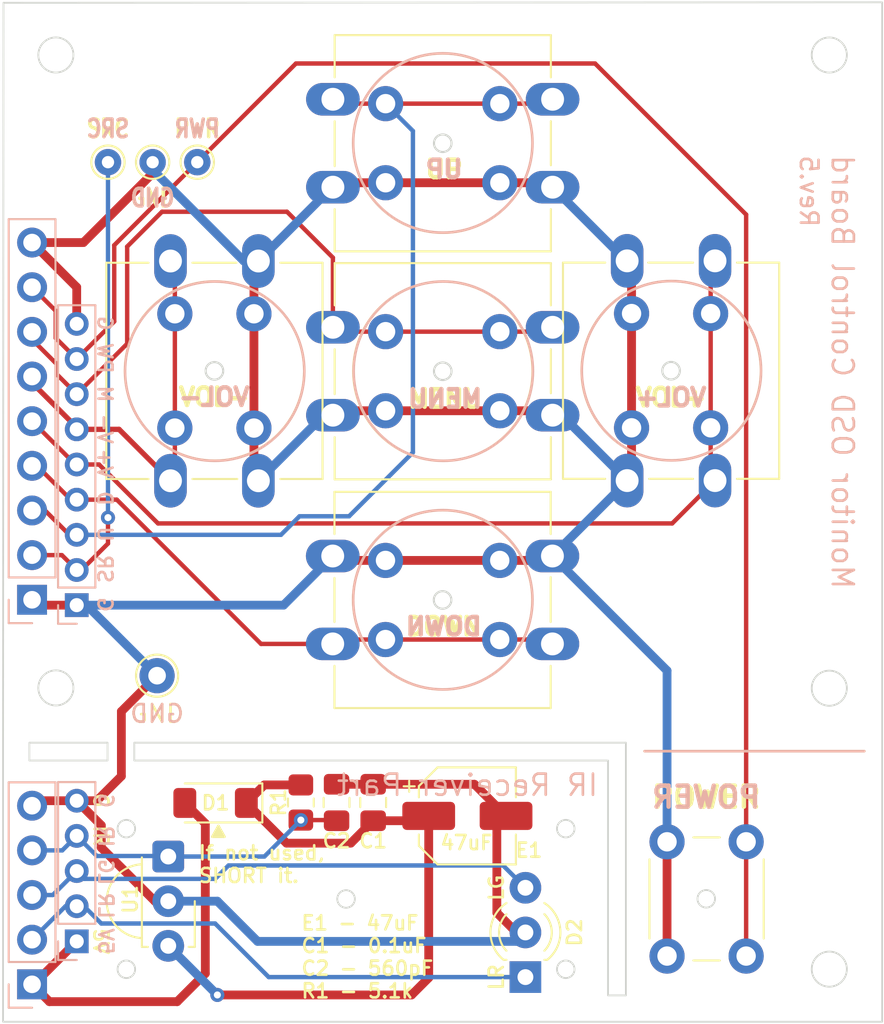
<source format=kicad_pcb>
(kicad_pcb (version 20221018) (generator pcbnew)
  (title_block (title "Monitor OSD Control Board") (date "2023-03-27") (rev "5") (company "Amos Home"))
  (layers (0 "F.Cu" signal) (31 "B.Cu" signal) (34 "B.Paste" user) (35 "F.Paste" user) (36 "B.SilkS" user "B.Silkscreen") (37 "F.SilkS" user "F.Silkscreen") (38 "B.Mask" user) (39 "F.Mask" user) (44 "Edge.Cuts" user))
  (net 0 "")
  (net 1 "/SOURCE")
  (net 2 "/UP")
  (net 3 "/VOL_P")
  (net 4 "/DOWN")
  (net 5 "/VOL_M")
  (net 6 "/POWER")
  (net 7 "GND")
  (net 8 "/MENU")
  (net 9 "+5V")
  (net 10 "/LED_R")
  (net 11 "/LED_G")
  (net 12 "/IRIN")
  (net 13 "Net-(D1-K)")
  (footprint "monitor_osd_control_library:SW_PUSH-12mm_Complex" (layer "F.Cu") (at 138.176 88.988 90)
    (fp_text reference "SW1" hide)
    (fp_text value "SW_Push" hide)
    (fp_line (start 0.1 -3.65) (end 12.4 -3.65) (stroke (width 0.12)) (layer "F.SilkS"))
    (fp_line (start 0.1 -1.25) (end 0.1 -3.65) (stroke (width 0.12)) (layer "F.SilkS"))
    (fp_line (start 0.1 3.8) (end 0.1 1.25) (stroke (width 0.12)) (layer "F.SilkS"))
    (fp_line (start 0.1 8.65) (end 0.1 6.25) (stroke (width 0.12)) (layer "F.SilkS"))
    (fp_line (start 12.4 -3.65) (end 12.4 -1.25) (stroke (width 0.12)) (layer "F.SilkS"))
    (fp_line (start 12.4 1.25) (end 12.4 3.75) (stroke (width 0.12)) (layer "F.SilkS"))
    (fp_line (start 12.4 6.25) (end 12.4 8.65) (stroke (width 0.12)) (layer "F.SilkS"))
    (fp_line (start 12.4 8.65) (end 0.1 8.65) (stroke (width 0.12)) (layer "F.SilkS"))
    (fp_circle (center 6.25 2.5) (end 11.35 2.5) (stroke (width 0.12)) (fill none) (layer "F.SilkS"))
    (fp_circle (center 6.25 2.5) (end 6.75 2.5) (stroke (width 0.12)) (fill none) (layer "Edge.Cuts"))
    (pad "1" thru_hole oval (at 0 0 90) (size 3.048 1.85) (drill 1.3) (layers "*.Cu" "*.Mask") (net 5 "/VOL_M"))
    (pad "1" thru_hole circle (at 2.9982 0.2484 180) (size 2 2) (drill 1.1) (layers "*.Cu" "*.Mask") (net 5 "/VOL_M"))
    (pad "1" thru_hole circle (at 9.4982 0.2484 180) (size 2 2) (drill 1.1) (layers "*.Cu" "*.Mask") (net 5 "/VOL_M"))
    (pad "1" thru_hole oval (at 12.5 0 90) (size 3.048 1.85) (drill 1.3) (layers "*.Cu" "*.Mask") (net 5 "/VOL_M"))
    (pad "2" thru_hole oval (at 0 5 90) (size 3.048 1.85) (drill 1.3) (layers "*.Cu" "*.Mask") (net 7 "GND"))
    (pad "2" thru_hole circle (at 2.9982 4.7484 180) (size 2 2) (drill 1.1) (layers "*.Cu" "*.Mask") (net 7 "GND"))
    (pad "2" thru_hole circle (at 9.4982 4.7484 180) (size 2 2) (drill 1.1) (layers "*.Cu" "*.Mask") (net 7 "GND"))
    (pad "2" thru_hole oval (at 12.5 5 90) (size 3.048 1.85) (drill 1.3) (layers "*.Cu" "*.Mask") (net 7 "GND"))
  )
  (footprint "OptoDevice:Vishay_MINICAST-3Pin" (layer "F.Cu") (at 138.049 110.363 -90)
    (fp_text reference "U1" (at 2.4384 2.159 -90) (layer "F.SilkS") (effects (font (size 0.8 0.8))))
    (fp_text value "TSSP58038")
    (fp_line (start 5.14 -1.51) (end 2.54 -1.51) (stroke (width 0.12)) (layer "F.SilkS"))
    (fp_line (start 5.14 -1.16) (end 5.14 -1.51) (stroke (width 0.12)) (layer "F.SilkS"))
    (fp_line (start 5.14 1.16) (end 5.14 1.5) (stroke (width 0.12)) (layer "F.SilkS"))
    (fp_line (start 5.14 1.5) (end 0.05 1.5) (stroke (width 0.12)) (layer "F.SilkS"))
    (fp_arc (start 4.64 1.5) (mid 2.540869 3.502379) (end 0.440083 1.501736) (stroke (width 0.12)) (layer "F.SilkS"))
    (pad "1" thru_hole roundrect (at 0 0 270) (size 1.8 1.8) (drill 0.9) (layers "*.Cu" "*.Mask") (roundrect_rratio 0.139) (net 12 "/IRIN"))
    (pad "2" thru_hole circle (at 2.54 0 270) (size 1.8 1.8) (drill 0.9) (layers "*.Cu" "*.Mask") (net 7 "GND"))
    (pad "3" thru_hole circle (at 5.08 0 270) (size 1.8 1.8) (drill 0.9) (layers "*.Cu" "*.Mask") (net 13 "Net-(D1-K)"))
  )
  (footprint "LED_THT:LED_D3.0mm-3" (layer "F.Cu") (at 158.369 117.221 90)
    (fp_text reference "D2" (at 2.54 2.794 90) (layer "F.SilkS") (effects (font (size 0.8 0.8))))
    (fp_text value "LED_Dual_AKA" hide)
    (fp_line (start 0.98 -1.236) (end 0.98 -1.08) (stroke (width 0.12)) (layer "F.SilkS"))
    (fp_line (start 0.98 1.08) (end 0.98 1.236) (stroke (width 0.12)) (layer "F.SilkS"))
    (fp_arc (start 0.98 -1.235516) (mid 2.636487 -1.987659) (end 4.212335 -1.078608) (stroke (width 0.12)) (layer "F.SilkS"))
    (fp_arc (start 1.499039 -1.08) (mid 2.540117 -1.5) (end 3.58113 -1.079837) (stroke (width 0.12)) (layer "F.SilkS"))
    (fp_arc (start 3.58113 1.079837) (mid 2.540117 1.5) (end 1.499039 1.08) (stroke (width 0.12)) (layer "F.SilkS"))
    (fp_arc (start 4.212335 1.078608) (mid 2.636487 1.987659) (end 0.98 1.235516) (stroke (width 0.12)) (layer "F.SilkS"))
    (pad "1" thru_hole rect (at 0 0 90) (size 1.8 1.8) (drill 0.9) (layers "*.Cu" "*.Mask") (net 10 "/LED_R"))
    (pad "2" thru_hole circle (at 2.54 0 90) (size 1.8 1.8) (drill 0.9) (layers "*.Cu" "*.Mask") (net 7 "GND"))
    (pad "3" thru_hole circle (at 5.08 0 90) (size 1.8 1.8) (drill 0.9) (layers "*.Cu" "*.Mask") (net 11 "/LED_G"))
  )
  (footprint "Button_Switch_THT:SW_PUSH_6mm" (layer "F.Cu") (at 170.926 109.5248 -90)
    (fp_text reference "SW6" hide)
    (fp_text value "SW_Push" hide)
    (fp_line (start -0.25 1.5) (end -0.25 3) (stroke (width 0.12)) (layer "F.SilkS"))
    (fp_line (start 1 5.5) (end 5.5 5.5) (stroke (width 0.12)) (layer "F.SilkS"))
    (fp_line (start 5.5 -1) (end 1 -1) (stroke (width 0.12)) (layer "F.SilkS"))
    (fp_line (start 6.75 3) (end 6.75 1.5) (stroke (width 0.12)) (layer "F.SilkS"))
    (pad "1" thru_hole circle (at 0 0) (size 2 2) (drill 1.1) (layers "*.Cu" "*.Mask") (net 6 "/POWER"))
    (pad "1" thru_hole circle (at 6.5 0) (size 2 2) (drill 1.1) (layers "*.Cu" "*.Mask") (net 6 "/POWER"))
    (pad "2" thru_hole circle (at 0 4.5) (size 2 2) (drill 1.1) (layers "*.Cu" "*.Mask") (net 7 "GND"))
    (pad "2" thru_hole circle (at 6.5 4.5) (size 2 2) (drill 1.1) (layers "*.Cu" "*.Mask") (net 7 "GND"))
  )
  (footprint "TestPoint:TestPoint_THTPad_D1.5mm_Drill0.7mm" (layer "F.Cu") (at 134.62 70.866)
    (fp_text reference "TP2" hide)
    (fp_text value "TestPoint" hide)
    (fp_circle (center 0 0) (end 0 0.95) (stroke (width 0.12)) (fill none) (layer "F.SilkS"))
    (pad "1" thru_hole circle (at 0 0) (size 1.5 1.5) (drill 0.7) (layers "*.Cu" "*.Mask") (net 1 "/SOURCE"))
  )
  (footprint "monitor_osd_control_library:SW_PUSH-12mm_Complex" (layer "F.Cu") (at 169.156 76.478 -90)
    (fp_text reference "SW5" hide)
    (fp_text value "SW_Push" hide)
    (fp_line (start 0.1 -3.65) (end 12.4 -3.65) (stroke (width 0.12)) (layer "F.SilkS"))
    (fp_line (start 0.1 -1.25) (end 0.1 -3.65) (stroke (width 0.12)) (layer "F.SilkS"))
    (fp_line (start 0.1 3.8) (end 0.1 1.25) (stroke (width 0.12)) (layer "F.SilkS"))
    (fp_line (start 0.1 8.65) (end 0.1 6.25) (stroke (width 0.12)) (layer "F.SilkS"))
    (fp_line (start 12.4 -3.65) (end 12.4 -1.25) (stroke (width 0.12)) (layer "F.SilkS"))
    (fp_line (start 12.4 1.25) (end 12.4 3.75) (stroke (width 0.12)) (layer "F.SilkS"))
    (fp_line (start 12.4 6.25) (end 12.4 8.65) (stroke (width 0.12)) (layer "F.SilkS"))
    (fp_line (start 12.4 8.65) (end 0.1 8.65) (stroke (width 0.12)) (layer "F.SilkS"))
    (fp_circle (center 6.25 2.5) (end 11.35 2.5) (stroke (width 0.12)) (fill none) (layer "F.SilkS"))
    (fp_circle (center 6.25 2.5) (end 6.75 2.5) (stroke (width 0.12)) (fill none) (layer "Edge.Cuts"))
    (pad "1" thru_hole oval (at 0 0 270) (size 3.048 1.85) (drill 1.3) (layers "*.Cu" "*.Mask") (net 3 "/VOL_P"))
    (pad "1" thru_hole circle (at 2.9982 0.2484) (size 2 2) (drill 1.1) (layers "*.Cu" "*.Mask") (net 3 "/VOL_P"))
    (pad "1" thru_hole circle (at 9.4982 0.2484) (size 2 2) (drill 1.1) (layers "*.Cu" "*.Mask") (net 3 "/VOL_P"))
    (pad "1" thru_hole oval (at 12.5 0 270) (size 3.048 1.85) (drill 1.3) (layers "*.Cu" "*.Mask") (net 3 "/VOL_P"))
    (pad "2" thru_hole oval (at 0 5 270) (size 3.048 1.85) (drill 1.3) (layers "*.Cu" "*.Mask") (net 7 "GND"))
    (pad "2" thru_hole circle (at 2.9982 4.7484) (size 2 2) (drill 1.1) (layers "*.Cu" "*.Mask") (net 7 "GND"))
    (pad "2" thru_hole circle (at 9.4982 4.7484) (size 2 2) (drill 1.1) (layers "*.Cu" "*.Mask") (net 7 "GND"))
    (pad "2" thru_hole oval (at 12.5 5 270) (size 3.048 1.85) (drill 1.3) (layers "*.Cu" "*.Mask") (net 7 "GND"))
  )
  (footprint "TestPoint:TestPoint_THTPad_D1.5mm_Drill0.7mm" (layer "F.Cu") (at 139.7 70.866)
    (fp_text reference "TP1" hide)
    (fp_text value "TestPoint" hide)
    (fp_circle (center 0 0) (end 0 0.95) (stroke (width 0.12)) (fill none) (layer "F.SilkS"))
    (pad "1" thru_hole circle (at 0 0) (size 1.5 1.5) (drill 0.7) (layers "*.Cu" "*.Mask") (net 6 "/POWER"))
  )
  (footprint "TestPoint:TestPoint_THTPad_D1.5mm_Drill0.7mm" (layer "F.Cu") (at 137.16 70.866)
    (fp_text reference "TP3" hide)
    (fp_text value "TestPoint" hide)
    (fp_circle (center 0 0) (end 0 0.95) (stroke (width 0.12)) (fill none) (layer "F.SilkS"))
    (pad "1" thru_hole circle (at 0 0) (size 1.5 1.5) (drill 0.7) (layers "*.Cu" "*.Mask") (net 7 "GND"))
  )
  (footprint "monitor_osd_control_library:SW_PUSH-12mm_Complex" (layer "F.Cu") (at 159.906 98.268 180)
    (fp_text reference "SW4" hide)
    (fp_text value "SW_Push" hide)
    (fp_line (start 0.1 -3.65) (end 12.4 -3.65) (stroke (width 0.12)) (layer "F.SilkS"))
    (fp_line (start 0.1 -1.25) (end 0.1 -3.65) (stroke (width 0.12)) (layer "F.SilkS"))
    (fp_line (start 0.1 3.8) (end 0.1 1.25) (stroke (width 0.12)) (layer "F.SilkS"))
    (fp_line (start 0.1 8.65) (end 0.1 6.25) (stroke (width 0.12)) (layer "F.SilkS"))
    (fp_line (start 12.4 -3.65) (end 12.4 -1.25) (stroke (width 0.12)) (layer "F.SilkS"))
    (fp_line (start 12.4 1.25) (end 12.4 3.75) (stroke (width 0.12)) (layer "F.SilkS"))
    (fp_line (start 12.4 6.25) (end 12.4 8.65) (stroke (width 0.12)) (layer "F.SilkS"))
    (fp_line (start 12.4 8.65) (end 0.1 8.65) (stroke (width 0.12)) (layer "F.SilkS"))
    (fp_circle (center 6.25 2.5) (end 11.35 2.5) (stroke (width 0.12)) (fill none) (layer "F.SilkS"))
    (fp_circle (center 6.25 2.5) (end 6.75 2.5) (stroke (width 0.12)) (fill none) (layer "Edge.Cuts"))
    (pad "1" thru_hole oval (at 0 0 180) (size 3.048 1.85) (drill 1.3) (layers "*.Cu" "*.Mask") (net 4 "/DOWN"))
    (pad "1" thru_hole circle (at 2.9982 0.2484 270) (size 2 2) (drill 1.1) (layers "*.Cu" "*.Mask") (net 4 "/DOWN"))
    (pad "1" thru_hole circle (at 9.4982 0.2484 270) (size 2 2) (drill 1.1) (layers "*.Cu" "*.Mask") (net 4 "/DOWN"))
    (pad "1" thru_hole oval (at 12.5 0 180) (size 3.048 1.85) (drill 1.3) (layers "*.Cu" "*.Mask") (net 4 "/DOWN"))
    (pad "2" thru_hole oval (at 0 5 180) (size 3.048 1.85) (drill 1.3) (layers "*.Cu" "*.Mask") (net 7 "GND"))
    (pad "2" thru_hole circle (at 2.9982 4.7484 270) (size 2 2) (drill 1.1) (layers "*.Cu" "*.Mask") (net 7 "GND"))
    (pad "2" thru_hole circle (at 9.4982 4.7484 270) (size 2 2) (drill 1.1) (layers "*.Cu" "*.Mask") (net 7 "GND"))
    (pad "2" thru_hole oval (at 12.5 5 180) (size 3.048 1.85) (drill 1.3) (layers "*.Cu" "*.Mask") (net 7 "GND"))
  )
  (footprint "Capacitor_SMD:CP_Elec_5x5.4" (layer "F.Cu") (at 155.067 108.0516)
    (fp_text reference "E1" (at 3.5052 1.9558) (layer "F.SilkS") (effects (font (size 0.8 0.8))))
    (fp_text value "47uF-16V")
    (fp_line (start -3.625 -1.685) (end -3 -1.685) (stroke (width 0.12)) (layer "F.SilkS"))
    (fp_line (start -3.3125 -1.9975) (end -3.3125 -1.3725) (stroke (width 0.12)) (layer "F.SilkS"))
    (fp_line (start -2.76 -1.695563) (end -2.76 -1.06) (stroke (width 0.12)) (layer "F.SilkS"))
    (fp_line (start -2.76 -1.695563) (end -1.695563 -2.76) (stroke (width 0.12)) (layer "F.SilkS"))
    (fp_line (start -2.76 1.695563) (end -2.76 1.06) (stroke (width 0.12)) (layer "F.SilkS"))
    (fp_line (start -2.76 1.695563) (end -1.695563 2.76) (stroke (width 0.12)) (layer "F.SilkS"))
    (fp_line (start -1.695563 -2.76) (end 2.76 -2.76) (stroke (width 0.12)) (layer "F.SilkS"))
    (fp_line (start -1.695563 2.76) (end 2.76 2.76) (stroke (width 0.12)) (layer "F.SilkS"))
    (fp_line (start 2.76 -2.76) (end 2.76 -1.06) (stroke (width 0.12)) (layer "F.SilkS"))
    (fp_line (start 2.76 2.76) (end 2.76 1.06) (stroke (width 0.12)) (layer "F.SilkS"))
    (pad "1" smd roundrect (at -2.2 0) (size 3 1.6) (layers "F.Cu" "F.Paste" "F.Mask") (roundrect_rratio 0.15625) (net 13 "Net-(D1-K)"))
    (pad "2" smd roundrect (at 2.2 0) (size 3 1.6) (layers "F.Cu" "F.Paste" "F.Mask") (roundrect_rratio 0.15625) (net 7 "GND"))
  )
  (footprint "monitor_osd_control_library:SW_PUSH-12mm_Complex" (layer "F.Cu") (at 147.416 67.288)
    (fp_text reference "SW2" hide)
    (fp_text value "SW_Push" hide)
    (fp_line (start 0.1 -3.65) (end 12.4 -3.65) (stroke (width 0.12)) (layer "F.SilkS"))
    (fp_line (start 0.1 -1.25) (end 0.1 -3.65) (stroke (width 0.12)) (layer "F.SilkS"))
    (fp_line (start 0.1 3.8) (end 0.1 1.25) (stroke (width 0.12)) (layer "F.SilkS"))
    (fp_line (start 0.1 8.65) (end 0.1 6.25) (stroke (width 0.12)) (layer "F.SilkS"))
    (fp_line (start 12.4 -3.65) (end 12.4 -1.25) (stroke (width 0.12)) (layer "F.SilkS"))
    (fp_line (start 12.4 1.25) (end 12.4 3.75) (stroke (width 0.12)) (layer "F.SilkS"))
    (fp_line (start 12.4 6.25) (end 12.4 8.65) (stroke (width 0.12)) (layer "F.SilkS"))
    (fp_line (start 12.4 8.65) (end 0.1 8.65) (stroke (width 0.12)) (layer "F.SilkS"))
    (fp_circle (center 6.25 2.5) (end 11.35 2.5) (stroke (width 0.12)) (fill none) (layer "F.SilkS"))
    (fp_circle (center 6.25 2.5) (end 6.75 2.5) (stroke (width 0.12)) (fill none) (layer "Edge.Cuts"))
    (pad "1" thru_hole oval (at 0 0) (size 3.048 1.85) (drill 1.3) (layers "*.Cu" "*.Mask") (net 2 "/UP"))
    (pad "1" thru_hole circle (at 2.9982 0.2484 90) (size 2 2) (drill 1.1) (layers "*.Cu" "*.Mask") (net 2 "/UP"))
    (pad "1" thru_hole circle (at 9.4982 0.2484 90) (size 2 2) (drill 1.1) (layers "*.Cu" "*.Mask") (net 2 "/UP"))
    (pad "1" thru_hole oval (at 12.5 0) (size 3.048 1.85) (drill 1.3) (layers "*.Cu" "*.Mask") (net 2 "/UP"))
    (pad "2" thru_hole oval (at 0 5) (size 3.048 1.85) (drill 1.3) (layers "*.Cu" "*.Mask") (net 7 "GND"))
    (pad "2" thru_hole circle (at 2.9982 4.7484 90) (size 2 2) (drill 1.1) (layers "*.Cu" "*.Mask") (net 7 "GND"))
    (pad "2" thru_hole circle (at 9.4982 4.7484 90) (size 2 2) (drill 1.1) (layers "*.Cu" "*.Mask") (net 7 "GND"))
    (pad "2" thru_hole oval (at 12.5 5) (size 3.048 1.85) (drill 1.3) (layers "*.Cu" "*.Mask") (net 7 "GND"))
  )
  (footprint "Resistor_SMD:R_0805_2012Metric_Pad1.20x1.40mm_HandSolder" (layer "F.Cu") (at 145.5928 107.2896 90)
    (fp_text reference "R1" (at 0 -1.27 270) (layer "F.SilkS") (effects (font (size 0.8 0.8))))
    (fp_text value "5K1-0805" hide)
    (fp_line (start -0.227064 -0.735) (end 0.227064 -0.735) (stroke (width 0.12)) (layer "F.SilkS"))
    (fp_line (start -0.227064 0.735) (end 0.227064 0.735) (stroke (width 0.12)) (layer "F.SilkS"))
    (pad "1" smd roundrect (at -1 0 90) (size 1.2 1.4) (layers "F.Cu" "F.Paste" "F.Mask") (roundrect_rratio 0.2083333333) (net 12 "/IRIN"))
    (pad "2" smd roundrect (at 1 0 90) (size 1.2 1.4) (layers "F.Cu" "F.Paste" "F.Mask") (roundrect_rratio 0.2083333333) (net 13 "Net-(D1-K)"))
  )
  (footprint "Capacitor_SMD:C_0805_2012Metric_Pad1.18x1.45mm_HandSolder" (layer "F.Cu") (at 149.7076 107.2896 90)
    (fp_text reference "C1" (at -2.1844 0) (layer "F.SilkS") (effects (font (size 0.8 0.8))))
    (fp_text value "0.1uF-0805-Y5V-50V" hide)
    (fp_line (start -0.261252 -0.735) (end 0.261252 -0.735) (stroke (width 0.12)) (layer "F.SilkS"))
    (fp_line (start -0.261252 0.735) (end 0.261252 0.735) (stroke (width 0.12)) (layer "F.SilkS"))
    (pad "1" smd roundrect (at -1.0375 0 90) (size 1.175 1.45) (layers "F.Cu" "F.Paste" "F.Mask") (roundrect_rratio 0.2127659574) (net 13 "Net-(D1-K)"))
    (pad "2" smd roundrect (at 1.0375 0 90) (size 1.175 1.45) (layers "F.Cu" "F.Paste" "F.Mask") (roundrect_rratio 0.2127659574) (net 7 "GND"))
  )
  (footprint "TestPoint:TestPoint_THTPad_D2.0mm_Drill1.0mm" (layer "F.Cu") (at 137.414 100.076)
    (fp_text reference "TP4" hide)
    (fp_text value "TestPoint" hide)
    (fp_circle (center 0 0) (end 0 1.2) (stroke (width 0.12)) (fill none) (layer "F.SilkS"))
    (pad "1" thru_hole circle (at 0 0) (size 2 2) (drill 1) (layers "*.Cu" "*.Mask") (net 7 "GND"))
  )
  (footprint "Capacitor_SMD:C_0805_2012Metric_Pad1.18x1.45mm_HandSolder" (layer "F.Cu") (at 147.6248 107.2896 90)
    (fp_text reference "C2" (at -2.1844 0) (layer "F.SilkS") (effects (font (size 0.8 0.8))))
    (fp_text value "560pF-0805-X7R-16V" hide)
    (fp_line (start -0.261252 -0.735) (end 0.261252 -0.735) (stroke (width 0.12)) (layer "F.SilkS"))
    (fp_line (start -0.261252 0.735) (end 0.261252 0.735) (stroke (width 0.12)) (layer "F.SilkS"))
    (pad "1" smd roundrect (at -1.0375 0 90) (size 1.175 1.45) (layers "F.Cu" "F.Paste" "F.Mask") (roundrect_rratio 0.2127659574) (net 12 "/IRIN"))
    (pad "2" smd roundrect (at 1.0375 0 90) (size 1.175 1.45) (layers "F.Cu" "F.Paste" "F.Mask") (roundrect_rratio 0.2127659574) (net 7 "GND"))
  )
  (footprint "Diode_SMD:D_MiniMELF" (layer "F.Cu") (at 140.7414 107.315 180)
    (fp_text reference "D1" (at 0 0) (layer "F.SilkS") (effects (font (size 0.8 0.8))))
    (fp_text value "LL4148")
    (fp_line (start -2.66 -1.11) (end -2.66 1.11) (stroke (width 0.12)) (layer "F.SilkS"))
    (fp_line (start -2.66 1.11) (end 1.75 1.11) (stroke (width 0.12)) (layer "F.SilkS"))
    (fp_line (start 1.75 -1.11) (end -2.66 -1.11) (stroke (width 0.12)) (layer "F.SilkS"))
    (pad "1" smd roundrect (at -1.75 0 180) (size 1.3 1.7) (layers "F.Cu" "F.Paste" "F.Mask") (roundrect_rratio 0.1923076923) (net 13 "Net-(D1-K)"))
    (pad "2" smd roundrect (at 1.75 0 180) (size 1.3 1.7) (layers "F.Cu" "F.Paste" "F.Mask") (roundrect_rratio 0.1923076923) (net 9 "+5V"))
  )
  (footprint "monitor_osd_control_library:SW_PUSH-12mm_Complex" (layer "F.Cu") (at 147.416 80.258)
    (fp_text reference "SW3" hide)
    (fp_text value "SW_Push" hide)
    (fp_line (start 0.1 -3.65) (end 12.4 -3.65) (stroke (width 0.12)) (layer "F.SilkS"))
    (fp_line (start 0.1 -1.25) (end 0.1 -3.65) (stroke (width 0.12)) (layer "F.SilkS"))
    (fp_line (start 0.1 3.8) (end 0.1 1.25) (stroke (width 0.12)) (layer "F.SilkS"))
    (fp_line (start 0.1 8.65) (end 0.1 6.25) (stroke (width 0.12)) (layer "F.SilkS"))
    (fp_line (start 12.4 -3.65) (end 12.4 -1.25) (stroke (width 0.12)) (layer "F.SilkS"))
    (fp_line (start 12.4 1.25) (end 12.4 3.75) (stroke (width 0.12)) (layer "F.SilkS"))
    (fp_line (start 12.4 6.25) (end 12.4 8.65) (stroke (width 0.12)) (layer "F.SilkS"))
    (fp_line (start 12.4 8.65) (end 0.1 8.65) (stroke (width 0.12)) (layer "F.SilkS"))
    (fp_circle (center 6.25 2.5) (end 11.35 2.5) (stroke (width 0.12)) (fill none) (layer "F.SilkS"))
    (fp_circle (center 6.25 2.5) (end 6.75 2.5) (stroke (width 0.12)) (fill none) (layer "Edge.Cuts"))
    (pad "1" thru_hole oval (at 0 0) (size 3.048 1.85) (drill 1.3) (layers "*.Cu" "*.Mask") (net 8 "/MENU"))
    (pad "1" thru_hole circle (at 2.9982 0.2484 90) (size 2 2) (drill 1.1) (layers "*.Cu" "*.Mask") (net 8 "/MENU"))
    (pad "1" thru_hole circle (at 9.4982 0.2484 90) (size 2 2) (drill 1.1) (layers "*.Cu" "*.Mask") (net 8 "/MENU"))
    (pad "1" thru_hole oval (at 12.5 0) (size 3.048 1.85) (drill 1.3) (layers "*.Cu" "*.Mask") (net 8 "/MENU"))
    (pad "2" thru_hole oval (at 0 5) (size 3.048 1.85) (drill 1.3) (layers "*.Cu" "*.Mask") (net 7 "GND"))
    (pad "2" thru_hole circle (at 2.9982 4.7484 90) (size 2 2) (drill 1.1) (layers "*.Cu" "*.Mask") (net 7 "GND"))
    (pad "2" thru_hole circle (at 9.4982 4.7484 90) (size 2 2) (drill 1.1) (layers "*.Cu" "*.Mask") (net 7 "GND"))
    (pad "2" thru_hole oval (at 12.5 5) (size 3.048 1.85) (drill 1.3) (layers "*.Cu" "*.Mask") (net 7 "GND"))
  )
  (footprint "Connector_PinHeader_2.54mm:PinHeader_1x05_P2.54mm_Vertical" (layer "B.Cu") (at 130.302 117.632)
    (fp_text reference "J4" hide)
    (fp_text value "Conn_01x05" hide)
    (fp_line (start -1.33 -11.49) (end 1.33 -11.49) (stroke (width 0.12)) (layer "B.SilkS"))
    (fp_line (start -1.33 -1.27) (end -1.33 -11.49) (stroke (width 0.12)) (layer "B.SilkS"))
    (fp_line (start -1.33 -1.27) (end 1.33 -1.27) (stroke (width 0.12)) (layer "B.SilkS"))
    (fp_line (start -1.33 0) (end -1.33 1.33) (stroke (width 0.12)) (layer "B.SilkS"))
    (fp_line (start -1.33 1.33) (end 0 1.33) (stroke (width 0.12)) (layer "B.SilkS"))
    (fp_line (start 1.33 -1.27) (end 1.33 -11.49) (stroke (width 0.12)) (layer "B.SilkS"))
    (pad "1" thru_hole rect (at 0 0) (size 1.7 1.7) (drill 1) (layers "*.Cu" "*.Mask") (net 9 "+5V"))
    (pad "2" thru_hole oval (at 0 -2.54) (size 1.7 1.7) (drill 1) (layers "*.Cu" "*.Mask") (net 10 "/LED_R"))
    (pad "3" thru_hole oval (at 0 -5.08) (size 1.7 1.7) (drill 1) (layers "*.Cu" "*.Mask") (net 11 "/LED_G"))
    (pad "4" thru_hole oval (at 0 -7.62) (size 1.7 1.7) (drill 1) (layers "*.Cu" "*.Mask") (net 12 "/IRIN"))
    (pad "5" thru_hole oval (at 0 -10.16) (size 1.7 1.7) (drill 1) (layers "*.Cu" "*.Mask") (net 7 "GND"))
  )
  (footprint "Connector_PinHeader_2.00mm:PinHeader_1x09_P2.00mm_Vertical" (layer "B.Cu") (at 132.842 96.0628)
    (fp_text reference "J1" hide)
    (fp_text value "Conn_01x09" hide)
    (fp_line (start -1.06 -17.06) (end 1.06 -17.06) (stroke (width 0.12)) (layer "B.SilkS"))
    (fp_line (start -1.06 -1) (end -1.06 -17.06) (stroke (width 0.12)) (layer "B.SilkS"))
    (fp_line (start -1.06 -1) (end 1.06 -1) (stroke (width 0.12)) (layer "B.SilkS"))
    (fp_line (start -1.06 0) (end -1.06 1.06) (stroke (width 0.12)) (layer "B.SilkS"))
    (fp_line (start -1.06 1.06) (end 0 1.06) (stroke (width 0.12)) (layer "B.SilkS"))
    (fp_line (start 1.06 -1) (end 1.06 -17.06) (stroke (width 0.12)) (layer "B.SilkS"))
    (pad "1" thru_hole rect (at 0 0) (size 1.35 1.35) (drill 0.8) (layers "*.Cu" "*.Mask") (net 7 "GND"))
    (pad "2" thru_hole oval (at 0 -2) (size 1.35 1.35) (drill 0.8) (layers "*.Cu" "*.Mask") (net 1 "/SOURCE"))
    (pad "3" thru_hole oval (at 0 -4) (size 1.35 1.35) (drill 0.8) (layers "*.Cu" "*.Mask") (net 2 "/UP"))
    (pad "4" thru_hole oval (at 0 -6) (size 1.35 1.35) (drill 0.8) (layers "*.Cu" "*.Mask") (net 4 "/DOWN"))
    (pad "5" thru_hole oval (at 0 -8) (size 1.35 1.35) (drill 0.8) (layers "*.Cu" "*.Mask") (net 3 "/VOL_P"))
    (pad "6" thru_hole oval (at 0 -10) (size 1.35 1.35) (drill 0.8) (layers "*.Cu" "*.Mask") (net 5 "/VOL_M"))
    (pad "7" thru_hole oval (at 0 -12) (size 1.35 1.35) (drill 0.8) (layers "*.Cu" "*.Mask") (net 8 "/MENU"))
    (pad "8" thru_hole oval (at 0 -14) (size 1.35 1.35) (drill 0.8) (layers "*.Cu" "*.Mask") (net 6 "/POWER"))
    (pad "9" thru_hole oval (at 0 -16) (size 1.35 1.35) (drill 0.8) (layers "*.Cu" "*.Mask") (net 7 "GND"))
  )
  (footprint "Connector_PinHeader_2.54mm:PinHeader_1x09_P2.54mm_Vertical" (layer "B.Cu") (at 130.302 95.758)
    (fp_text reference "J2" hide)
    (fp_text value "Conn_01x09" hide)
    (fp_line (start -1.33 -21.65) (end 1.33 -21.65) (stroke (width 0.12)) (layer "B.SilkS"))
    (fp_line (start -1.33 -1.27) (end -1.33 -21.65) (stroke (width 0.12)) (layer "B.SilkS"))
    (fp_line (start -1.33 -1.27) (end 1.33 -1.27) (stroke (width 0.12)) (layer "B.SilkS"))
    (fp_line (start -1.33 0) (end -1.33 1.33) (stroke (width 0.12)) (layer "B.SilkS"))
    (fp_line (start -1.33 1.33) (end 0 1.33) (stroke (width 0.12)) (layer "B.SilkS"))
    (fp_line (start 1.33 -1.27) (end 1.33 -21.65) (stroke (width 0.12)) (layer "B.SilkS"))
    (pad "1" thru_hole rect (at 0 0) (size 1.7 1.7) (drill 1) (layers "*.Cu" "*.Mask") (net 7 "GND"))
    (pad "2" thru_hole oval (at 0 -2.54) (size 1.7 1.7) (drill 1) (layers "*.Cu" "*.Mask") (net 1 "/SOURCE"))
    (pad "3" thru_hole oval (at 0 -5.08) (size 1.7 1.7) (drill 1) (layers "*.Cu" "*.Mask") (net 2 "/UP"))
    (pad "4" thru_hole oval (at 0 -7.62) (size 1.7 1.7) (drill 1) (layers "*.Cu" "*.Mask") (net 4 "/DOWN"))
    (pad "5" thru_hole oval (at 0 -10.16) (size 1.7 1.7) (drill 1) (layers "*.Cu" "*.Mask") (net 3 "/VOL_P"))
    (pad "6" thru_hole oval (at 0 -12.7) (size 1.7 1.7) (drill 1) (layers "*.Cu" "*.Mask") (net 5 "/VOL_M"))
    (pad "7" thru_hole oval (at 0 -15.24) (size 1.7 1.7) (drill 1) (layers "*.Cu" "*.Mask") (net 8 "/MENU"))
    (pad "8" thru_hole oval (at 0 -17.78) (size 1.7 1.7) (drill 1) (layers "*.Cu" "*.Mask") (net 6 "/POWER"))
    (pad "9" thru_hole oval (at 0 -20.32) (size 1.7 1.7) (drill 1) (layers "*.Cu" "*.Mask") (net 7 "GND"))
  )
  (footprint "Connector_PinHeader_2.00mm:PinHeader_1x05_P2.00mm_Vertical" (layer "B.Cu") (at 132.842 115.189)
    (fp_text reference "J3" hide)
    (fp_text value "Conn_01x05" hide)
    (fp_line (start -1.06 -9.06) (end 1.06 -9.06) (stroke (width 0.12)) (layer "B.SilkS"))
    (fp_line (start -1.06 -1) (end -1.06 -9.06) (stroke (width 0.12)) (layer "B.SilkS"))
    (fp_line (start -1.06 -1) (end 1.06 -1) (stroke (width 0.12)) (layer "B.SilkS"))
    (fp_line (start -1.06 0) (end -1.06 1.06) (stroke (width 0.12)) (layer "B.SilkS"))
    (fp_line (start -1.06 1.06) (end 0 1.06) (stroke (width 0.12)) (layer "B.SilkS"))
    (fp_line (start 1.06 -1) (end 1.06 -9.06) (stroke (width 0.12)) (layer "B.SilkS"))
    (pad "1" thru_hole rect (at 0 0) (size 1.35 1.35) (drill 0.8) (layers "*.Cu" "*.Mask") (net 9 "+5V"))
    (pad "2" thru_hole oval (at 0 -2) (size 1.35 1.35) (drill 0.8) (layers "*.Cu" "*.Mask") (net 10 "/LED_R"))
    (pad "3" thru_hole oval (at 0 -4) (size 1.35 1.35) (drill 0.8) (layers "*.Cu" "*.Mask") (net 11 "/LED_G"))
    (pad "4" thru_hole oval (at 0 -6) (size 1.35 1.35) (drill 0.8) (layers "*.Cu" "*.Mask") (net 12 "/IRIN"))
    (pad "5" thru_hole oval (at 0 -8) (size 1.35 1.35) (drill 0.8) (layers "*.Cu" "*.Mask") (net 7 "GND"))
  )
  (gr_circle (center 153.67 69.7738) (end 158.77 69.7738) (stroke (width 0.15)) (fill none) (layer "B.SilkS"))
  (gr_line (start 165.1508 104.3686) (end 177.6476 104.3686) (stroke (width 0.15)) (layer "B.SilkS"))
  (gr_circle (center 153.67 95.758) (end 158.77 95.758) (stroke (width 0.15)) (fill none) (layer "B.SilkS"))
  (gr_circle (center 166.6748 82.7278) (end 171.7748 82.7278) (stroke (width 0.15)) (fill none) (layer "B.SilkS"))
  (gr_circle (center 153.6954 82.7532) (end 158.7954 82.7532) (stroke (width 0.15)) (fill none) (layer "B.SilkS"))
  (gr_circle (center 140.6906 82.7532) (end 145.7906 82.7532) (stroke (width 0.15)) (fill none) (layer "B.SilkS"))
  (gr_line (start 165.1508 104.3686) (end 177.6476 104.3686) (stroke (width 0.15)) (layer "F.SilkS"))
  (gr_circle (center 148.164156 112.777021) (end 148.664156 112.777021) (stroke (width 0.1)) (fill none) (layer "Edge.Cuts"))
  (gr_circle (center 135.664153 108.777716) (end 136.164153 108.777716) (stroke (width 0.1)) (fill none) (layer "Edge.Cuts"))
  (gr_poly (pts (xy 164.084 104.902) (xy 164.084 118.2624) (xy 163.068 118.2624) (xy 163.068 104.902) (xy 136.1186 104.902) (xy 136.1186 103.886) (xy 164.084 103.886)) (stroke (width 0.1)) (fill none) (layer "Edge.Cuts"))
  (gr_circle (center 175.656 100.7872) (end 176.656 100.7872) (stroke (width 0.1)) (fill none) (layer "Edge.Cuts"))
  (gr_circle (center 160.664154 116.776068) (end 161.164154 116.776068) (stroke (width 0.1)) (fill none) (layer "Edge.Cuts"))
  (gr_circle (center 135.664153 116.776068) (end 136.164153 116.776068) (stroke (width 0.1)) (fill none) (layer "Edge.Cuts"))
  (gr_circle (center 131.656 64.768) (end 132.656 64.768) (stroke (width 0.1)) (fill none) (layer "Edge.Cuts"))
  (gr_circle (center 175.656 64.77) (end 176.656 64.77) (stroke (width 0.1)) (fill none) (layer "Edge.Cuts"))
  (gr_circle (center 175.656 116.768) (end 176.656 116.768) (stroke (width 0.1)) (fill none) (layer "Edge.Cuts"))
  (gr_poly (pts (xy 128.651 119.761) (xy 128.651 103.886) (xy 128.6764 61.7982) (xy 178.6636 61.7728) (xy 178.6636 119.761)) (stroke (width 0.1)) (fill none) (layer "Edge.Cuts"))
  (gr_circle (center 131.656 100.7712) (end 132.656 100.7712) (stroke (width 0.1)) (fill none) (layer "Edge.Cuts"))
  (gr_circle (center 168.656 112.768) (end 169.156 112.768) (stroke (width 0.1)) (fill none) (layer "Edge.Cuts"))
  (gr_circle (center 160.664154 108.777716) (end 161.164154 108.777716) (stroke (width 0.1)) (fill none) (layer "Edge.Cuts"))
  (gr_rect (start 130.1496 103.886) (end 134.5946 104.902) (stroke (width 0.1)) (fill none) (layer "Edge.Cuts"))
  (gr_text "U" (at 134.4422 92.0242 270) (layer "B.SilkS") (effects (font (size 0.8 0.8)) (justify mirror)))
  (gr_text "5V" (at 134.493 115.189 270) (layer "B.SilkS") (effects (font (size 0.8 0.8)) (justify mirror)))
  (gr_text "VOL-" (at 140.6652 84.2264) (layer "B.SilkS") (effects (font (size 1 1) (thickness 0.25)) (justify mirror)))
  (gr_text "SRC" (at 134.62 68.961) (layer "B.SilkS") (effects (font (size 1 0.8) (thickness 0.2)) (justify mirror)))
  (gr_text "UP" (at 153.7462 71.2724) (layer "B.SilkS") (effects (font (size 1 1) (thickness 0.25)) (justify mirror)))
  (gr_text "D" (at 134.4422 89.9922 270) (layer "B.SilkS") (effects (font (size 0.8 0.8)) (justify mirror)))
  (gr_text "Rev.5" (at 174.498 72.517 270) (layer "B.SilkS") (effects (font (size 1 1)) (justify mirror)))
  (gr_text "G" (at 134.4422 96.0374 270) (layer "B.SilkS") (effects (font (size 0.8 0.8)) (justify mirror)))
  (gr_text "IR Receiver Part" (at 155.067 106.299) (layer "B.SilkS") (effects (font (size 1.2 1.2)) (justify mirror)))
  (gr_text "PWR" (at 139.7 68.961) (layer "B.SilkS") (effects (font (size 1 0.8) (thickness 0.2)) (justify mirror)))
  (gr_text "GND" (at 137.414 102.235) (layer "B.SilkS") (effects (font (size 1 1)) (justify mirror)))
  (gr_text "SR" (at 134.4422 94.0054 270) (layer "B.SilkS") (effects (font (size 0.8 0.8)) (justify mirror)))
  (gr_text "V+" (at 134.4422 88.011 270) (layer "B.SilkS") (effects (font (size 0.8 0.8)) (justify mirror)))
  (gr_text "IR" (at 134.493 109.22 270) (layer "B.SilkS") (effects (font (size 0.8 0.8)) (justify mirror)))
  (gr_text "LR" (at 134.493 113.157 270) (layer "B.SilkS") (effects (font (size 0.8 0.8)) (justify mirror)))
  (gr_text "Monitor OSD Control Board" (at 176.403 82.804 270) (layer "B.SilkS") (effects (font (size 1.2 1.2)) (justify mirror)))
  (gr_text "PW" (at 134.4422 82.0166 270) (layer "B.SilkS") (effects (font (size 0.8 0.8)) (justify mirror)))
  (gr_text "LG" (at 134.493 111.252 270) (layer "B.SilkS") (effects (font (size 0.8 0.8)) (justify mirror)))
  (gr_text "G" (at 134.4422 80.0354 270) (layer "B.SilkS") (effects (font (size 0.8 0.8)) (justify mirror)))
  (gr_text "G" (at 134.493 107.188 270) (layer "B.SilkS") (effects (font (size 0.8 0.8)) (justify mirror)))
  (gr_text "V-" (at 134.4422 86.0298 270) (layer "B.SilkS") (effects (font (size 0.8 0.8)) (justify mirror)))
  (gr_text "VOL+" (at 166.6494 84.2518) (layer "B.SilkS") (effects (font (size 1 1) (thickness 0.25)) (justify mirror)))
  (gr_text "DOWN" (at 153.7208 97.282) (layer "B.SilkS") (effects (font (size 1 1) (thickness 0.25)) (justify mirror)))
  (gr_text "M" (at 134.4422 84.0486 270) (layer "B.SilkS") (effects (font (size 0.8 0.8)) (justify mirror)))
  (gr_text "GND" (at 137.16 72.898) (layer "B.SilkS") (effects (font (size 1 0.8) (thickness 0.2)) (justify mirror)))
  (gr_text "POWER" (at 168.656 106.9848) (layer "B.SilkS") (effects (font (size 1.2 1.2) (thickness 0.25)) (justify mirror)))
  (gr_text "MENU" (at 153.797 84.328) (layer "B.SilkS") (effects (font (size 1 1) (thickness 0.25)) (justify mirror)))
  (gr_text "47uF" (at 155.0162 109.5756) (layer "F.SilkS") (effects (font (size 0.8 0.8))))
  (gr_text "IR" (at 134.2136 109.1946 270) (layer "F.SilkS") (effects (font (size 0.8 0.8))))
  (gr_text "DOWN" (at 153.7208 97.282) (layer "F.SilkS") (effects (font (size 1 1) (thickness 0.25))))
  (gr_text "LG" (at 156.718 112.141 90) (layer "F.SilkS") (effects (font (size 0.8 0.8))))
  (gr_text "SRC" (at 134.62 68.961) (layer "F.SilkS") (effects (font (size 1 0.8) (thickness 0.2))))
  (gr_text "MENU" (at 153.802 84.328) (layer "F.SilkS") (effects (font (size 1 1) (thickness 0.25))))
  (gr_text "POWER" (at 168.656 106.9848) (layer "F.SilkS") (effects (font (size 1.2 1.2) (thickness 0.25))))
  (gr_text "UP" (at 153.7462 71.2724) (layer "F.SilkS") (effects (font (size 1 1) (thickness 0.25))))
  (gr_text "VOL-" (at 140.6652 84.2264) (layer "F.SilkS") (effects (font (size 1 1) (thickness 0.25))))
  (gr_text " ▲\nIf not used,\nSHORT it." (at 139.7 110.1598) (layer "F.SilkS") (effects (font (size 0.8 0.8)) (justify left)))
  (gr_text "LR" (at 156.718 117.221 90) (layer "F.SilkS") (effects (font (size 0.8 0.8))))
  (gr_text "5V" (at 134.2136 115.189 270) (layer "F.SilkS") (effects (font (size 0.8 0.8))))
  (gr_text "G" (at 134.2136 107.1626 270) (layer "F.SilkS") (effects (font (size 0.8 0.8))))
  (gr_text "GND" (at 137.16 72.898) (layer "F.SilkS") (effects (font (size 1 0.8) (thickness 0.2))))
  (gr_text "GND" (at 137.414 102.235) (layer "F.SilkS") (effects (font (size 1 1))))
  (gr_text "PWR" (at 139.7 68.961) (layer "F.SilkS") (effects (font (size 1 0.8) (thickness 0.2))))
  (gr_text "E1 - 47uF\nC1 - 0.1uF\nC2 - 560pF\nR1 - 5.1k" (at 145.542 116.078) (layer "F.SilkS") (effects (font (size 0.8 0.8)) (justify left)))
  (gr_text "VOL+" (at 166.6494 84.2518) (layer "F.SilkS") (effects (font (size 1 1) (thickness 0.25))))
  (segment (start 133.1148 94.0628) (end 132.842 94.0628) (width 0.25) (layer "F.Cu") (net 1))
  (segment (start 131.9972 93.218) (end 132.842 94.0628) (width 0.25) (layer "F.Cu") (net 1))
  (segment (start 130.302 93.218) (end 131.9972 93.218) (width 0.25) (layer "F.Cu") (net 1))
  (segment (start 134.62 92.5576) (end 133.1148 94.0628) (width 0.25) (layer "F.Cu") (net 1))
  (segment (start 134.62 91.0844) (end 134.62 92.5576) (width 0.25) (layer "F.Cu") (net 1))
  (via (at 134.62 91.0844) (size 0.8) (drill 0.4) (layers "F.Cu" "B.Cu") (net 1))
  (segment (start 134.62 91.0844) (end 134.62 70.866) (width 0.25) (layer "B.Cu") (net 1))
  (segment (start 132.4234 92.0628) (end 132.842 92.0628) (width 0.25) (layer "F.Cu") (net 2))
  (segment (start 131.0386 90.678) (end 132.4234 92.0628) (width 0.25) (layer "F.Cu") (net 2))
  (segment (start 130.302 90.678) (end 131.0386 90.678) (width 0.25) (layer "F.Cu") (net 2))
  (segment (start 147.6644 67.5364) (end 159.6676 67.5364) (width 0.25) (layer "F.Cu") (net 2))
  (segment (start 147.416 67.288) (end 147.6644 67.5364) (width 0.25) (layer "F.Cu") (net 2))
  (segment (start 159.6676 67.5364) (end 159.916 67.288) (width 0.25) (layer "F.Cu") (net 2))
  (segment (start 132.842 92.0628) (end 144.462 92.0628) (width 0.25) (layer "B.Cu") (net 2))
  (segment (start 148.336 91.0082) (end 151.9682 87.376) (width 0.25) (layer "B.Cu") (net 2))
  (segment (start 151.9682 69.0904) (end 150.4142 67.5364) (width 0.25) (layer "B.Cu") (net 2))
  (segment (start 144.462 92.0628) (end 145.5166 91.0082) (width 0.25) (layer "B.Cu") (net 2))
  (segment (start 151.9682 87.376) (end 151.9682 69.0904) (width 0.25) (layer "B.Cu") (net 2))
  (segment (start 145.5166 91.0082) (end 148.336 91.0082) (width 0.25) (layer "B.Cu") (net 2))
  (segment (start 134.113 88.0628) (end 132.842 88.0628) (width 0.25) (layer "F.Cu") (net 3))
  (segment (start 166.7194 91.4146) (end 137.4648 91.4146) (width 0.25) (layer "F.Cu") (net 3))
  (segment (start 169.156 88.978) (end 168.9076 88.7296) (width 0.25) (layer "F.Cu") (net 3))
  (segment (start 132.7668 88.0628) (end 130.302 85.598) (width 0.25) (layer "F.Cu") (net 3))
  (segment (start 132.842 88.0628) (end 132.7668 88.0628) (width 0.25) (layer "F.Cu") (net 3))
  (segment (start 137.4648 91.4146) (end 134.113 88.0628) (width 0.25) (layer "F.Cu") (net 3))
  (segment (start 168.9076 88.7296) (end 168.9076 76.7264) (width 0.25) (layer "F.Cu") (net 3))
  (segment (start 168.9076 76.7264) (end 169.156 76.478) (width 0.25) (layer "F.Cu") (net 3))
  (segment (start 169.156 88.978) (end 166.7194 91.4146) (width 0.25) (layer "F.Cu") (net 3))
  (segment (start 130.5814 88.138) (end 130.302 88.138) (width 0.25) (layer "F.Cu") (net 4))
  (segment (start 147.406 98.268) (end 147.6544 98.0196) (width 0.25) (layer "F.Cu") (net 4))
  (segment (start 132.842 90.0628) (end 132.5062 90.0628) (width 0.25) (layer "F.Cu") (net 4))
  (segment (start 147.6544 98.0196) (end 159.6576 98.0196) (width 0.25) (layer "F.Cu") (net 4))
  (segment (start 143.3276 98.268) (end 135.1224 90.0628) (width 0.25) (layer "F.Cu") (net 4))
  (segment (start 147.406 98.268) (end 143.3276 98.268) (width 0.25) (layer "F.Cu") (net 4))
  (segment (start 159.6576 98.0196) (end 159.906 98.268) (width 0.25) (layer "F.Cu") (net 4))
  (segment (start 135.1224 90.0628) (end 132.842 90.0628) (width 0.25) (layer "F.Cu") (net 4))
  (segment (start 132.5062 90.0628) (end 130.5814 88.138) (width 0.25) (layer "F.Cu") (net 4))
  (segment (start 138.176 76.488) (end 138.4244 76.7364) (width 0.25) (layer "F.Cu") (net 5))
  (segment (start 135.2508 86.0628) (end 132.842 86.0628) (width 0.3) (layer "F.Cu") (net 5))
  (segment (start 138.4244 76.7364) (end 138.4244 88.7396) (width 0.25) (layer "F.Cu") (net 5))
  (segment (start 132.842 85.9536) (end 130.302 83.4136) (width 0.3) (layer "F.Cu") (net 5))
  (segment (start 138.176 88.988) (end 135.2508 86.0628) (width 0.3) (layer "F.Cu") (net 5))
  (segment (start 130.302 83.4136) (end 130.302 83.058) (width 0.3) (layer "F.Cu") (net 5))
  (segment (start 138.4244 88.7396) (end 138.176 88.988) (width 0.25) (layer "F.Cu") (net 5))
  (segment (start 132.842 86.0628) (end 132.842 85.9536) (width 0.3) (layer "F.Cu") (net 5))
  (segment (start 132.842 82.0628) (end 131.6482 80.869) (width 0.25) (layer "F.Cu") (net 6))
  (segment (start 170.926 73.8472) (end 170.926 109.5248) (width 0.25) (layer "F.Cu") (net 6))
  (segment (start 145.3134 65.2526) (end 162.3314 65.2526) (width 0.25) (layer "F.Cu") (net 6))
  (segment (start 139.7 70.866) (end 134.9756 75.5904) (width 0.25) (layer "F.Cu") (net 6))
  (segment (start 162.3314 65.2526) (end 170.926 73.8472) (width 0.25) (layer "F.Cu") (net 6))
  (segment (start 134.9756 75.5904) (end 134.9756 79.9292) (width 0.25) (layer "F.Cu") (net 6))
  (segment (start 131.6482 80.869) (end 131.6482 79.3242) (width 0.25) (layer "F.Cu") (net 6))
  (segment (start 131.6482 79.3242) (end 130.302 77.978) (width 0.25) (layer "F.Cu") (net 6))
  (segment (start 134.9756 79.9292) (end 132.842 82.0628) (width 0.25) (layer "F.Cu") (net 6))
  (segment (start 170.926 109.5248) (end 170.926 116.0248) (width 0.25) (layer "F.Cu") (net 6))
  (segment (start 139.7 70.866) (end 145.3134 65.2526) (width 0.25) (layer "F.Cu") (net 6))
  (segment (start 135.382 102.108) (end 137.414 100.076) (width 0.5) (layer "F.Cu") (net 7))
  (segment (start 133.223 75.438) (end 137.16 71.501) (width 0.5) (layer "F.Cu") (net 7))
  (segment (start 132.842 107.189) (end 134.239 108.586) (width 0.5) (layer "F.Cu") (net 7))
  (segment (start 132.842 77.978) (end 130.302 75.438) (width 0.5) (layer "F.Cu") (net 7))
  (segment (start 130.302 95.758) (end 130.6068 96.0628) (width 0.5) (layer "F.Cu") (net 7))
  (segment (start 130.302 75.438) (end 133.223 75.438) (width 0.5) (layer "F.Cu") (net 7))
  (segment (start 166.426 109.5248) (end 166.426 116.0248) (width 0.5) (layer "F.Cu") (net 7))
  (segment (start 134.239 109.855) (end 137.287 112.903) (width 0.5) (layer "F.Cu") (net 7))
  (segment (start 130.302 107.472) (end 130.585 107.189) (width 0.5) (layer "F.Cu") (net 7))
  (segment (start 164.4076 76.7296) (end 164.4076 88.7264) (width 0.5) (layer "F.Cu") (net 7))
  (segment (start 137.287 112.903) (end 138.049 112.903) (width 0.5) (layer "F.Cu") (net 7))
  (segment (start 157.861 114.681) (end 158.369 114.681) (width 0.5) (layer "F.Cu") (net 7))
  (segment (start 159.6544 93.5196) (end 159.906 93.268) (width 0.5) (layer "F.Cu") (net 7))
  (segment (start 143.176 76.488) (end 142.9244 76.7396) (width 0.5) (layer "F.Cu") (net 7))
  (segment (start 130.6068 96.0628) (end 132.842 96.0628) (width 0.5) (layer "F.Cu") (net 7))
  (segment (start 147.6676 85.0064) (end 159.6644 85.0064) (width 0.5) (layer "F.Cu") (net 7))
  (segment (start 156.7434 113.5634) (end 157.861 114.681) (width 0.5) (layer "F.Cu") (net 7))
  (segment (start 147.416 85.258) (end 147.6676 85.0064) (width 0.5) (layer "F.Cu") (net 7))
  (segment (start 157.267 108.0516) (end 156.7434 108.5752) (width 0.5) (layer "F.Cu") (net 7))
  (segment (start 137.16 71.501) (end 137.16 70.866) (width 0.5) (layer "F.Cu") (net 7))
  (segment (start 155.4675 106.2521) (end 157.267 108.0516) (width 0.5) (layer "F.Cu") (net 7))
  (segment (start 130.585 107.189) (end 132.842 107.189) (width 0.5) (layer "F.Cu") (net 7))
  (segment (start 132.842 107.189) (end 133.985 107.189) (width 0.5) (layer "F.Cu") (net 7))
  (segment (start 133.985 107.189) (end 135.382 105.792) (width 0.5) (layer "F.Cu") (net 7))
  (segment (start 164.156 76.478) (end 164.4076 76.7296) (width 0.5) (layer "F.Cu") (net 7))
  (segment (start 147.6576 93.5196) (end 159.6544 93.5196) (width 0.5) (layer "F.Cu") (net 7))
  (segment (start 159.6644 85.0064) (end 159.916 85.258) (width 0.5) (layer "F.Cu") (net 7))
  (segment (start 149.7076 106.2521) (end 155.4675 106.2521) (width 0.5) (layer "F.Cu") (net 7))
  (segment (start 142.9244 76.7396) (end 142.9244 88.7364) (width 0.5) (layer "F.Cu") (net 7))
  (segment (start 147.6676 72.0364) (end 159.6644 72.0364) (width 0.5) (layer "F.Cu") (net 7))
  (segment (start 142.9244 88.7364) (end 143.176 88.988) (width 0.5) (layer "F.Cu") (net 7))
  (segment (start 159.6644 72.0364) (end 159.916 72.288) (width 0.5) (layer "F.Cu") (net 7))
  (segment (start 147.416 72.288) (end 147.6676 72.0364) (width 0.5) (layer "F.Cu") (net 7))
  (segment (start 135.382 105.792) (end 135.382 102.108) (width 0.5) (layer "F.Cu") (net 7))
  (segment (start 132.842 80.0628) (end 132.842 77.978) (width 0.5) (layer "F.Cu") (net 7))
  (segment (start 147.6248 106.2521) (end 149.7076 106.2521) (width 0.5) (layer "F.Cu") (net 7))
  (segment (start 134.239 108.586) (end 134.239 109.855) (width 0.5) (layer "F.Cu") (net 7))
  (segment (start 147.406 93.268) (end 147.6576 93.5196) (width 0.5) (layer "F.Cu") (net 7))
  (segment (start 156.7434 108.5752) (end 156.7434 113.5634) (width 0.5) (layer "F.Cu") (net 7))
  (segment (start 164.4076 88.7264) (end 164.156 88.978) (width 0.5) (layer "F.Cu") (net 7))
  (segment (start 159.906 93.268) (end 164.156 89.018) (width 0.5) (layer "B.Cu") (net 7))
  (segment (start 157.861 115.189) (end 158.369 114.681) (width 0.5) (layer "B.Cu") (net 7))
  (segment (start 137.16 70.866) (end 137.16 71.2978) (width 0.5) (layer "B.Cu") (net 7))
  (segment (start 164.106 76.478) (end 164.156 76.478) (width 0.5) (layer "B.Cu") (net 7))
  (segment (start 164.156 89.018) (end 164.156 88.978) (width 0.5) (layer "B.Cu") (net 7))
  (segment (start 138.049 112.903) (end 140.843 112.903) (width 0.5) (layer "B.Cu") (net 7))
  (segment (start 142.3502 76.488) (end 143.176 76.488) (width 0.5) (layer "B.Cu") (net 7))
  (segment (start 164.156 88.978) (end 160.436 85.258) (width 0.5) (layer "B.Cu") (net 7))
  (segment (start 133.4008 96.0628) (end 132.842 96.0628) (width 0.5) (layer "B.Cu") (net 7))
  (segment (start 140.843 112.903) (end 143.129 115.189) (width 0.5) (layer "B.Cu") (net 7))
  (segment (start 132.842 96.0628) (end 144.6112 96.0628) (width 0.5) (layer "B.Cu") (net 7))
  (segment (start 143.176 88.988) (end 146.9108 85.2532) (width 0.5) (layer "B.Cu") (net 7))
  (segment (start 143.129 115.189) (end 157.861 115.189) (width 0.5) (layer "B.Cu") (net 7))
  (segment (start 143.176 76.488) (end 147.376 72.288) (width 0.5) (layer "B.Cu") (net 7))
  (segment (start 160.436 85.258) (end 159.916 85.258) (width 0.5) (layer "B.Cu") (net 7))
  (segment (start 144.6112 96.0628) (end 147.406 93.268) (width 0.5) (layer "B.Cu") (net 7))
  (segment (start 146.9108 85.2532) (end 147.43 85.2532) (width 0.5) (layer "B.Cu") (net 7))
  (segment (start 166.426 109.5248) (end 166.426 99.788) (width 0.5) (layer "B.Cu") (net 7))
  (segment (start 159.916 72.288) (end 164.106 76.478) (width 0.5) (layer "B.Cu") (net 7))
  (segment (start 147.376 72.288) (end 147.416 72.288) (width 0.5) (layer "B.Cu") (net 7))
  (segment (start 137.16 71.2978) (end 142.3502 76.488) (width 0.5) (layer "B.Cu") (net 7))
  (segment (start 166.426 99.788) (end 159.906 93.268) (width 0.5) (layer "B.Cu") (net 7))
  (segment (start 137.414 100.076) (end 133.4008 96.0628) (width 0.5) (layer "B.Cu") (net 7))
  (segment (start 131.699 82.9198) (end 132.842 84.0628) (width 0.25) (layer "F.Cu") (net 8))
  (segment (start 130.302 80.9498) (end 131.699 82.3468) (width 0.25) (layer "F.Cu") (net 8))
  (segment (start 131.699 82.3468) (end 131.699 82.9198) (width 0.25) (layer "F.Cu") (net 8))
  (segment (start 159.6676 80.5064) (end 159.916 80.258) (width 0.25) (layer "F.Cu") (net 8))
  (segment (start 132.842 84.0628) (end 135.7122 81.1926) (width 0.25) (layer "F.Cu") (net 8))
  (segment (start 147.6644 80.5064) (end 159.6676 80.5064) (width 0.25) (layer "F.Cu") (net 8))
  (segment (start 130.302 80.518) (end 130.302 80.9498) (width 0.25) (layer "F.Cu") (net 8))
  (segment (start 137.6934 73.6854) (end 144.8054 73.6854) (width 0.25) (layer "F.Cu") (net 8))
  (segment (start 135.7122 75.6666) (end 137.6934 73.6854) (width 0.25) (layer "F.Cu") (net 8))
  (segment (start 147.416 80.258) (end 147.6644 80.5064) (width 0.25) (layer "F.Cu") (net 8))
  (segment (start 135.7122 81.1926) (end 135.7122 75.6666) (width 0.25) (layer "F.Cu") (net 8))
  (segment (start 147.416 76.296) (end 147.416 80.258) (width 0.25) (layer "F.Cu") (net 8))
  (segment (start 144.8054 73.6854) (end 147.416 76.296) (width 0.25) (layer "F.Cu") (net 8))
  (segment (start 130.399 117.632) (end 132.842 115.189) (width 0.5) (layer "F.Cu") (net 9))
  (segment (start 130.302 117.632) (end 131.288 118.618) (width 0.5) (layer "F.Cu") (net 9))
  (segment (start 140.1572 117.0178) (end 140.1572 108.4808) (width 0.5) (layer "F.Cu") (net 9))
  (segment (start 131.288 118.618) (end 138.557 118.618) (width 0.5) (layer "F.Cu") (net 9))
  (segment (start 130.302 117.632) (end 130.399 117.632) (width 0.5) (layer "F.Cu") (net 9))
  (segment (start 138.557 118.618) (end 140.1572 117.0178) (width 0.5) (layer "F.Cu") (net 9))
  (segment (start 140.1572 108.4808) (end 138.9914 107.315) (width 0.5) (layer "F.Cu") (net 9))
  (segment (start 133.255 113.189) (end 134.239 114.173) (width 0.25) (layer "B.Cu") (net 10))
  (segment (start 140.716 114.173) (end 143.764 117.221) (width 0.25) (layer "B.Cu") (net 10))
  (segment (start 130.302 115.092) (end 132.205 113.189) (width 0.25) (layer "B.Cu") (net 10))
  (segment (start 143.764 117.221) (end 158.369 117.221) (width 0.25) (layer "B.Cu") (net 10))
  (segment (start 134.239 114.173) (end 140.716 114.173) (width 0.25) (layer "B.Cu") (net 10))
  (segment (start 132.205 113.189) (end 132.842 113.189) (width 0.25) (layer "B.Cu") (net 10))
  (segment (start 132.842 113.189) (end 133.255 113.189) (width 0.25) (layer "B.Cu") (net 10))
  (segment (start 130.302 112.552) (end 131.479 112.552) (width 0.25) (layer "B.Cu") (net 11))
  (segment (start 132.842 111.189) (end 133.286 111.633) (width 0.25) (layer "B.Cu") (net 11))
  (segment (start 141.478 110.871) (end 157.099 110.871) (width 0.25) (layer "B.Cu") (net 11))
  (segment (start 131.479 112.552) (end 132.842 111.189) (width 0.25) (layer "B.Cu") (net 11))
  (segment (start 140.716 111.633) (end 141.478 110.871) (width 0.25) (layer "B.Cu") (net 11))
  (segment (start 133.286 111.633) (end 140.716 111.633) (width 0.25) (layer "B.Cu") (net 11))
  (segment (start 157.099 110.871) (end 158.369 112.141) (width 0.25) (layer "B.Cu") (net 11))
  (segment (start 147.5873 108.2896) (end 147.6248 108.3271) (width 0.25) (layer "F.Cu") (net 12))
  (segment (start 145.5928 108.2896) (end 147.5873 108.2896) (width 0.25) (layer "F.Cu") (net 12))
  (via (at 145.5928 108.2896) (size 0.8) (drill 0.4) (layers "F.Cu" "B.Cu") (net 12))
  (segment (start 143.5194 110.363) (end 138.049 110.363) (width 0.25) (layer "B.Cu") (net 12))
  (segment (start 145.5928 108.2896) (end 143.5194 110.363) (width 0.25) (layer "B.Cu") (net 12))
  (segment (start 132.842 109.189) (end 133.985 110.332) (width 0.25) (layer "B.Cu") (net 12))
  (segment (start 133.985 110.332) (end 138.018 110.332) (width 0.25) (layer "B.Cu") (net 12))
  (segment (start 130.302 110.012) (end 132.019 110.012) (width 0.25) (layer "B.Cu") (net 12))
  (segment (start 132.019 110.012) (end 132.842 109.189) (width 0.25) (layer "B.Cu") (net 12))
  (segment (start 152.5915 108.3271) (end 152.867 108.0516) (width 0.5) (layer "F.Cu") (net 13))
  (segment (start 151.892 118.237) (end 140.843 118.237) (width 0.5) (layer "F.Cu") (net 13))
  (segment (start 152.867 108.0516) (end 152.867 117.262) (width 0.5) (layer "F.Cu") (net 13))
  (segment (start 143.5168 106.2896) (end 145.5928 106.2896) (width 0.5) (layer "F.Cu") (net 13))
  (segment (start 142.4914 107.315) (end 144.7774 109.601) (width 0.5) (layer "F.Cu") (net 13))
  (segment (start 152.867 117.262) (end 151.892 118.237) (width 0.5) (layer "F.Cu") (net 13))
  (segment (start 142.4914 107.315) (end 143.5168 106.2896) (width 0.5) (layer "F.Cu") (net 13))
  (segment (start 148.4337 109.601) (end 149.7076 108.3271) (width 0.5) (layer "F.Cu") (net 13))
  (segment (start 144.7774 109.601) (end 148.4337 109.601) (width 0.5) (layer "F.Cu") (net 13))
  (segment (start 149.7076 108.3271) (end 152.5915 108.3271) (width 0.5) (layer "F.Cu") (net 13))
  (via (at 140.843 118.237) (size 0.8) (drill 0.4) (layers "F.Cu" "B.Cu") (net 13))
  (segment (start 140.843 118.237) (end 138.049 115.443) (width 0.5) (layer "B.Cu") (net 13))
)
</source>
